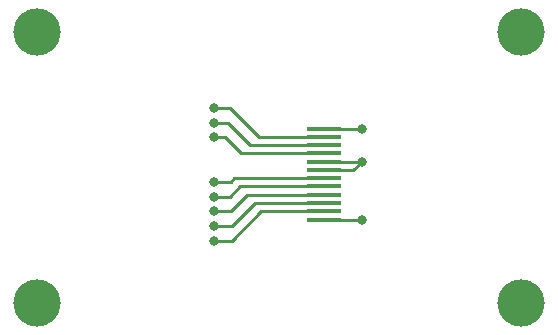
<source format=gbr>
%TF.GenerationSoftware,KiCad,Pcbnew,7.0.7*%
%TF.CreationDate,2023-10-31T21:22:21-06:00*%
%TF.ProjectId,hex-display,6865782d-6469-4737-906c-61792e6b6963,rev?*%
%TF.SameCoordinates,Original*%
%TF.FileFunction,Copper,L1,Top*%
%TF.FilePolarity,Positive*%
%FSLAX46Y46*%
G04 Gerber Fmt 4.6, Leading zero omitted, Abs format (unit mm)*
G04 Created by KiCad (PCBNEW 7.0.7) date 2023-10-31 21:22:21*
%MOMM*%
%LPD*%
G01*
G04 APERTURE LIST*
%TA.AperFunction,ComponentPad*%
%ADD10C,4.000000*%
%TD*%
%TA.AperFunction,SMDPad,CuDef*%
%ADD11R,3.000000X0.350000*%
%TD*%
%TA.AperFunction,ViaPad*%
%ADD12C,0.800000*%
%TD*%
%TA.AperFunction,Conductor*%
%ADD13C,0.250000*%
%TD*%
G04 APERTURE END LIST*
D10*
%TO.P,H4,*%
%TO.N,*%
X164000000Y-101000000D03*
%TD*%
%TO.P,H2,*%
%TO.N,*%
X164000000Y-78000000D03*
%TD*%
D11*
%TO.P,U1,1,GND*%
%TO.N,/GND*%
X147300000Y-86200000D03*
%TO.P,U1,2,LEDK*%
%TO.N,/LEDK*%
X147300000Y-86900000D03*
%TO.P,U1,3,LEDA*%
%TO.N,/LEDA*%
X147300000Y-87600000D03*
%TO.P,U1,4,VDD*%
%TO.N,/3V3*%
X147300000Y-88300000D03*
%TO.P,U1,5,GND*%
%TO.N,/GND*%
X147300000Y-89000000D03*
%TO.P,U1,6,GND*%
X147300000Y-89700000D03*
%TO.P,U1,7,DC*%
%TO.N,/TFT_DC*%
X147300000Y-90400000D03*
%TO.P,U1,8,CS/SS*%
%TO.N,/TFT_CS*%
X147300000Y-91100000D03*
%TO.P,U1,9,SCL/SCK*%
%TO.N,/TFT_SCL*%
X147300000Y-91800000D03*
%TO.P,U1,10,SDA/Mosi*%
%TO.N,/TFT_SDA*%
X147300000Y-92500000D03*
%TO.P,U1,11,RESET*%
%TO.N,/TFT_RES*%
X147300000Y-93200000D03*
%TO.P,U1,12,GND*%
%TO.N,/GND*%
X147300000Y-93900000D03*
%TD*%
D10*
%TO.P,H1,*%
%TO.N,*%
X123000000Y-78000000D03*
%TD*%
%TO.P,H3,*%
%TO.N,*%
X123000000Y-101000000D03*
%TD*%
D12*
%TO.N,/TFT_RES*%
X138000000Y-95700000D03*
%TO.N,/TFT_SDA*%
X138000000Y-94450000D03*
%TO.N,/TFT_SCL*%
X138000000Y-93200000D03*
%TO.N,/TFT_CS*%
X138000000Y-91950000D03*
%TO.N,/TFT_DC*%
X138000000Y-90700000D03*
%TO.N,/3V3*%
X138000000Y-86950000D03*
%TO.N,/LEDA*%
X138000000Y-85700000D03*
%TO.N,/LEDK*%
X138000000Y-84450000D03*
%TO.N,/GND*%
X150500000Y-93900000D03*
X150500000Y-89000000D03*
X150500000Y-86200000D03*
%TD*%
D13*
%TO.N,/TFT_RES*%
X139500000Y-95700000D02*
X138000000Y-95700000D01*
X142000000Y-93200000D02*
X139500000Y-95700000D01*
X147300000Y-93200000D02*
X142000000Y-93200000D01*
%TO.N,/TFT_SDA*%
X139550000Y-94450000D02*
X138000000Y-94450000D01*
X141500000Y-92500000D02*
X139550000Y-94450000D01*
X147300000Y-92500000D02*
X141500000Y-92500000D01*
%TO.N,/TFT_SCL*%
X139400000Y-93200000D02*
X138000000Y-93200000D01*
X140800000Y-91800000D02*
X139400000Y-93200000D01*
X147300000Y-91800000D02*
X140800000Y-91800000D01*
%TO.N,/TFT_CS*%
X139350000Y-91950000D02*
X138000000Y-91950000D01*
X140200000Y-91100000D02*
X139350000Y-91950000D01*
X147300000Y-91100000D02*
X140200000Y-91100000D01*
%TO.N,/TFT_DC*%
X139400000Y-90700000D02*
X138000000Y-90700000D01*
X139700000Y-90400000D02*
X139400000Y-90700000D01*
X147300000Y-90400000D02*
X139700000Y-90400000D01*
%TO.N,/LEDA*%
X139150000Y-85700000D02*
X138000000Y-85700000D01*
X141050000Y-87600000D02*
X139150000Y-85700000D01*
X147300000Y-87600000D02*
X141050000Y-87600000D01*
%TO.N,/3V3*%
X138925000Y-86950000D02*
X138000000Y-86950000D01*
X147300000Y-88300000D02*
X140275000Y-88300000D01*
X140275000Y-88300000D02*
X138925000Y-86950000D01*
%TO.N,/LEDK*%
X141800000Y-86900000D02*
X139350000Y-84450000D01*
X139350000Y-84450000D02*
X138000000Y-84450000D01*
X147300000Y-86900000D02*
X141800000Y-86900000D01*
%TO.N,/GND*%
X147300000Y-93900000D02*
X150500000Y-93900000D01*
X149800000Y-89700000D02*
X150500000Y-89000000D01*
X147300000Y-89700000D02*
X149800000Y-89700000D01*
X147300000Y-89000000D02*
X150500000Y-89000000D01*
X147300000Y-86200000D02*
X150500000Y-86200000D01*
%TD*%
M02*

</source>
